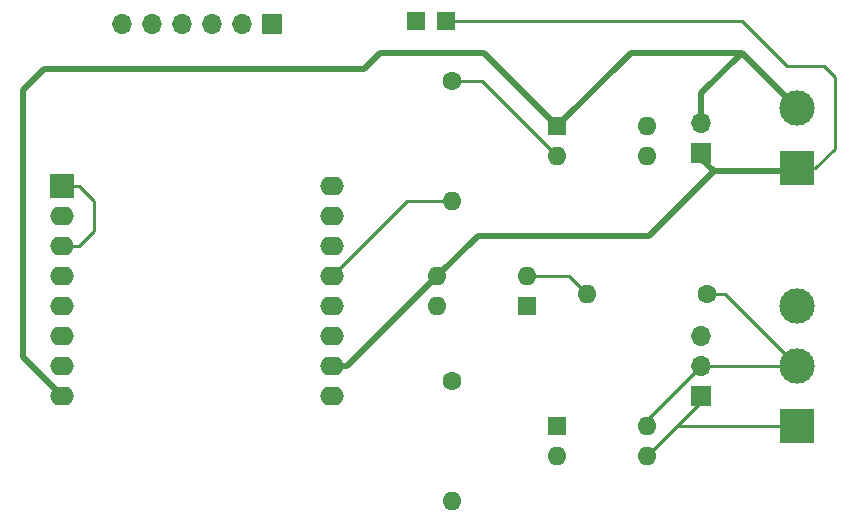
<source format=gtl>
%TF.GenerationSoftware,KiCad,Pcbnew,5.1.10*%
%TF.CreationDate,2021-10-24T13:16:46+02:00*%
%TF.ProjectId,PCB,5043422e-6b69-4636-9164-5f7063625858,1.0*%
%TF.SameCoordinates,Original*%
%TF.FileFunction,Copper,L1,Top*%
%TF.FilePolarity,Positive*%
%FSLAX46Y46*%
G04 Gerber Fmt 4.6, Leading zero omitted, Abs format (unit mm)*
G04 Created by KiCad (PCBNEW 5.1.10) date 2021-10-24 13:16:46*
%MOMM*%
%LPD*%
G01*
G04 APERTURE LIST*
%TA.AperFunction,ComponentPad*%
%ADD10O,1.700000X1.700000*%
%TD*%
%TA.AperFunction,ComponentPad*%
%ADD11R,1.700000X1.700000*%
%TD*%
%TA.AperFunction,ComponentPad*%
%ADD12C,3.000000*%
%TD*%
%TA.AperFunction,ComponentPad*%
%ADD13R,3.000000X3.000000*%
%TD*%
%TA.AperFunction,SMDPad,CuDef*%
%ADD14R,1.500000X1.500000*%
%TD*%
%TA.AperFunction,ComponentPad*%
%ADD15O,2.000000X1.600000*%
%TD*%
%TA.AperFunction,ComponentPad*%
%ADD16R,2.000000X2.000000*%
%TD*%
%TA.AperFunction,ComponentPad*%
%ADD17O,1.600000X1.600000*%
%TD*%
%TA.AperFunction,ComponentPad*%
%ADD18R,1.600000X1.600000*%
%TD*%
%TA.AperFunction,ComponentPad*%
%ADD19C,1.600000*%
%TD*%
%TA.AperFunction,ViaPad*%
%ADD20C,0.800000*%
%TD*%
%TA.AperFunction,Conductor*%
%ADD21C,0.250000*%
%TD*%
%TA.AperFunction,Conductor*%
%ADD22C,0.500000*%
%TD*%
G04 APERTURE END LIST*
D10*
X104902000Y-107950000D03*
X104902000Y-110490000D03*
D11*
X104902000Y-113030000D03*
D10*
X104902000Y-89916000D03*
D11*
X104902000Y-92456000D03*
D12*
X113030000Y-105410000D03*
X113030000Y-110490000D03*
D13*
X113030000Y-115570000D03*
D12*
X113030000Y-88646000D03*
D13*
X113030000Y-93726000D03*
D14*
X83312000Y-81280000D03*
X80772000Y-81280000D03*
D10*
X55880000Y-81534000D03*
X58420000Y-81534000D03*
X60960000Y-81534000D03*
X63500000Y-81534000D03*
X66040000Y-81534000D03*
D11*
X68580000Y-81534000D03*
D15*
X73660000Y-95250000D03*
X73660000Y-97790000D03*
X73660000Y-100330000D03*
X73660000Y-102870000D03*
X73660000Y-105410000D03*
X73660000Y-107950000D03*
X73660000Y-110490000D03*
X73660000Y-113030000D03*
X50800000Y-113030000D03*
X50800000Y-110490000D03*
X50800000Y-107950000D03*
X50800000Y-105410000D03*
X50800000Y-102870000D03*
X50800000Y-100330000D03*
D16*
X50800000Y-95250000D03*
D15*
X50800000Y-97790000D03*
D17*
X100330000Y-90170000D03*
X92710000Y-92710000D03*
X100330000Y-92710000D03*
D18*
X92710000Y-90170000D03*
D17*
X100330000Y-115570000D03*
X92710000Y-118110000D03*
X100330000Y-118110000D03*
D18*
X92710000Y-115570000D03*
D17*
X82550000Y-105410000D03*
X90170000Y-102870000D03*
X82550000Y-102870000D03*
D18*
X90170000Y-105410000D03*
D17*
X95250000Y-104394000D03*
D19*
X105410000Y-104394000D03*
D17*
X83820000Y-96520000D03*
D19*
X83820000Y-86360000D03*
D17*
X83820000Y-121920000D03*
D19*
X83820000Y-111760000D03*
D20*
X80772000Y-81280000D03*
D21*
X80010000Y-96520000D02*
X73660000Y-102870000D01*
X83820000Y-96520000D02*
X80010000Y-96520000D01*
X83820000Y-86360000D02*
X86360000Y-86360000D01*
X86360000Y-86360000D02*
X92710000Y-92710000D01*
X93726000Y-102870000D02*
X95250000Y-104394000D01*
X90170000Y-102870000D02*
X93726000Y-102870000D01*
X50800000Y-95250000D02*
X52197000Y-95250000D01*
X52197000Y-95250000D02*
X53467000Y-96520000D01*
X50800000Y-100330000D02*
X52197000Y-100330000D01*
X53467000Y-99060000D02*
X53467000Y-96520000D01*
X52197000Y-100330000D02*
X53467000Y-99060000D01*
D22*
X92710000Y-90159840D02*
X92710000Y-90170000D01*
X50800000Y-113030000D02*
X47498000Y-109728000D01*
X47498000Y-109728000D02*
X47498000Y-87122000D01*
X47498000Y-87122000D02*
X49276000Y-85344000D01*
X49276000Y-85344000D02*
X76327000Y-85344000D01*
X76327000Y-85344000D02*
X77724000Y-83947000D01*
X86487000Y-83947000D02*
X92710000Y-90170000D01*
X77724000Y-83947000D02*
X86487000Y-83947000D01*
X113030000Y-88646000D02*
X108331000Y-83947000D01*
X98933000Y-83947000D02*
X92710000Y-90170000D01*
X108331000Y-83947000D02*
X98933000Y-83947000D01*
X104902000Y-87376000D02*
X108331000Y-83947000D01*
X104902000Y-89916000D02*
X104902000Y-87376000D01*
X74930000Y-110490000D02*
X82550000Y-102870000D01*
X73660000Y-110490000D02*
X74930000Y-110490000D01*
X112795999Y-93960001D02*
X105937999Y-93960001D01*
X113030000Y-93726000D02*
X112795999Y-93960001D01*
X105937999Y-93960001D02*
X100457000Y-99441000D01*
X82550000Y-102870000D02*
X85979000Y-99441000D01*
X85979000Y-99441000D02*
X100457000Y-99441000D01*
D21*
X108365002Y-81280000D02*
X112175002Y-85090000D01*
X83312000Y-81280000D02*
X108365002Y-81280000D01*
X113030000Y-93726000D02*
X114554000Y-93726000D01*
X114554000Y-93726000D02*
X116205000Y-92075000D01*
X116205000Y-92075000D02*
X116205000Y-85979000D01*
X115316000Y-85090000D02*
X112175002Y-85090000D01*
X116205000Y-85979000D02*
X115316000Y-85090000D01*
D22*
X104902000Y-92924002D02*
X105937999Y-93960001D01*
X104902000Y-92456000D02*
X104902000Y-92924002D01*
D21*
X105410000Y-110490000D02*
X113030000Y-110490000D01*
X106934000Y-104394000D02*
X113030000Y-110490000D01*
X105410000Y-104394000D02*
X106934000Y-104394000D01*
X104902000Y-110490000D02*
X104902000Y-110998000D01*
X104902000Y-110998000D02*
X105410000Y-110490000D01*
X100330000Y-115062000D02*
X100330000Y-115570000D01*
X104902000Y-110490000D02*
X100330000Y-115062000D01*
X102870000Y-115570000D02*
X100330000Y-118110000D01*
X113030000Y-115570000D02*
X102870000Y-115570000D01*
X104902000Y-113538000D02*
X102870000Y-115570000D01*
X104902000Y-113030000D02*
X104902000Y-113538000D01*
M02*

</source>
